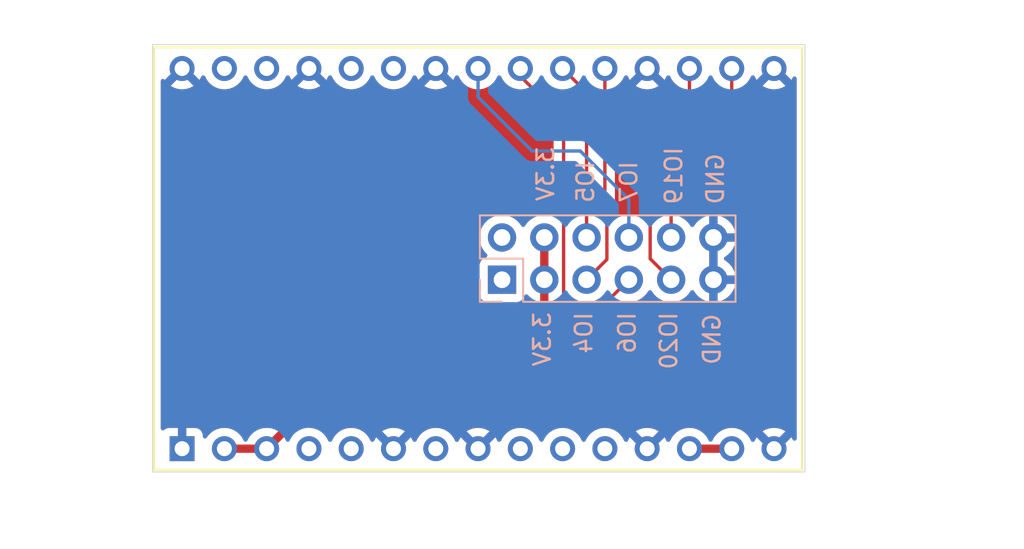
<source format=kicad_pcb>
(kicad_pcb (version 20241229) (generator "pcbnew") (generator_version "9.0")
  (layers (0 "F.Cu" signal) (2 "B.Cu" signal) (13 "F.Paste" user) (15 "B.Paste" user) (5 "F.SilkS" user "F.Silkscreen") (7 "B.SilkS" user "B.Silkscreen") (1 "F.Mask" user) (3 "B.Mask" user) (25 "Edge.Cuts" user))
  (net 0 "")
  (net 1 "+3V3")
  (net 2 "GND")
  (net 3 "GPIO21")
  (net 4 "GPIO19")
  (net 5 "GPIO20")
  (net 6 "GPIO18")
  (net 7 "GPIO17")
  (net 8 "GPIO16")
  (net 12 "Net-(U1-5V-Pad13)")
  (footprint "RF_Module:ESP32-C3-DevKitM-1" (layer "F.Cu") (at 188.18 98.1 90)
    (property "Reference" "U1" (hide yes))
    (property "Value" "ESP32-C3-DevKitM-1")
    (fp_line (start 24.13 -1.68) (end 24.13 37.24) (stroke (width 0.12)) (layer "F.SilkS"))
    (fp_line (start -1.27 -1.68) (end 24.13 -1.68) (stroke (width 0.12)) (layer "F.SilkS"))
    (fp_line (start 24.13 37.24) (end -1.27 37.24) (stroke (width 0.12)) (layer "F.SilkS"))
    (fp_line (start -1.27 37.24) (end -1.27 -1.68) (stroke (width 0.12)) (layer "F.SilkS"))
    (pad "1" thru_hole rect (at 0 0 90) (size 1.5 1.5) (drill 0.9) (layers "*.Cu" "*.Mask") (net 2 "GND"))
    (pad "2" thru_hole circle (at 0 2.54 90) (size 1.5 1.5) (drill 0.9) (layers "*.Cu" "*.Mask") (net 1 "+3V3"))
    (pad "3" thru_hole circle (at 0 5.08 90) (size 1.5 1.5) (drill 0.9) (layers "*.Cu" "*.Mask") (net 1 "+3V3"))
    (pad "4" thru_hole circle (at 0 7.62 90) (size 1.5 1.5) (drill 0.9) (layers "*.Cu" "*.Mask"))
    (pad "5" thru_hole circle (at 0 10.16 90) (size 1.5 1.5) (drill 0.9) (layers "*.Cu" "*.Mask"))
    (pad "6" thru_hole circle (at 0 12.7 90) (size 1.5 1.5) (drill 0.9) (layers "*.Cu" "*.Mask") (net 2 "GND"))
    (pad "7" thru_hole circle (at 0 15.24 90) (size 1.5 1.5) (drill 0.9) (layers "*.Cu" "*.Mask"))
    (pad "8" thru_hole circle (at 0 17.78 90) (size 1.5 1.5) (drill 0.9) (layers "*.Cu" "*.Mask") (net 2 "GND"))
    (pad "9" thru_hole circle (at 0 20.32 90) (size 1.5 1.5) (drill 0.9) (layers "*.Cu" "*.Mask"))
    (pad "10" thru_hole circle (at 0 22.86 90) (size 1.5 1.5) (drill 0.9) (layers "*.Cu" "*.Mask"))
    (pad "11" thru_hole circle (at 0 25.4 90) (size 1.5 1.5) (drill 0.9) (layers "*.Cu" "*.Mask"))
    (pad "12" thru_hole circle (at 0 27.94 90) (size 1.5 1.5) (drill 0.9) (layers "*.Cu" "*.Mask") (net 2 "GND"))
    (pad "13" thru_hole circle (at 0 30.48 90) (size 1.5 1.5) (drill 0.9) (layers "*.Cu" "*.Mask") (net 12 "Net-(U1-5V-Pad13)"))
    (pad "14" thru_hole circle (at 0 33.02 90) (size 1.5 1.5) (drill 0.9) (layers "*.Cu" "*.Mask") (net 12 "Net-(U1-5V-Pad13)"))
    (pad "15" thru_hole circle (at 0 35.56 90) (size 1.5 1.5) (drill 0.9) (layers "*.Cu" "*.Mask") (net 2 "GND"))
    (pad "16" thru_hole circle (at 22.86 35.56 90) (size 1.5 1.5) (drill 0.9) (layers "*.Cu" "*.Mask") (net 2 "GND"))
    (pad "17" thru_hole circle (at 22.86 33.02 90) (size 1.5 1.5) (drill 0.9) (layers "*.Cu" "*.Mask") (net 3 "GPIO21"))
    (pad "18" thru_hole circle (at 22.86 30.48 90) (size 1.5 1.5) (drill 0.9) (layers "*.Cu" "*.Mask") (net 5 "GPIO20"))
    (pad "19" thru_hole circle (at 22.86 27.94 90) (size 1.5 1.5) (drill 0.9) (layers "*.Cu" "*.Mask") (net 2 "GND"))
    (pad "20" thru_hole circle (at 22.86 25.4 90) (size 1.5 1.5) (drill 0.9) (layers "*.Cu" "*.Mask") (net 8 "GPIO16"))
    (pad "21" thru_hole circle (at 22.86 22.86 90) (size 1.5 1.5) (drill 0.9) (layers "*.Cu" "*.Mask") (net 7 "GPIO17"))
    (pad "22" thru_hole circle (at 22.86 20.32 90) (size 1.5 1.5) (drill 0.9) (layers "*.Cu" "*.Mask") (net 6 "GPIO18"))
    (pad "23" thru_hole circle (at 22.86 17.78 90) (size 1.5 1.5) (drill 0.9) (layers "*.Cu" "*.Mask") (net 4 "GPIO19"))
    (pad "24" thru_hole circle (at 22.86 15.24 90) (size 1.5 1.5) (drill 0.9) (layers "*.Cu" "*.Mask") (net 2 "GND"))
    (pad "25" thru_hole circle (at 22.86 12.7 90) (size 1.5 1.5) (drill 0.9) (layers "*.Cu" "*.Mask"))
    (pad "26" thru_hole circle (at 22.86 10.16 90) (size 1.5 1.5) (drill 0.9) (layers "*.Cu" "*.Mask"))
    (pad "27" thru_hole circle (at 22.86 7.62 90) (size 1.5 1.5) (drill 0.9) (layers "*.Cu" "*.Mask") (net 2 "GND"))
    (pad "28" thru_hole circle (at 22.86 5.08 90) (size 1.5 1.5) (drill 0.9) (layers "*.Cu" "*.Mask"))
    (pad "29" thru_hole circle (at 22.86 2.54 90) (size 1.5 1.5) (drill 0.9) (layers "*.Cu" "*.Mask"))
    (pad "30" thru_hole circle (at 22.86 0 90) (size 1.5 1.5) (drill 0.9) (layers "*.Cu" "*.Mask") (net 2 "GND"))
  )
  (footprint "Connector_PinSocket_2.54mm:PinSocket_2x06_P2.54mm_Vertical" (layer "B.Cu") (at 207.4 87.94 -90)
    (property "Reference" "J1" (hide yes))
    (property "Value" "Conn_02x06_Odd_Even")
    (fp_line (start -3.87 1.33) (end -1.27 1.33) (stroke (width 0.12)) (layer "B.SilkS"))
    (fp_line (start -3.87 1.33) (end -3.87 -14.03) (stroke (width 0.12)) (layer "B.SilkS"))
    (fp_line (start -1.27 1.33) (end -1.27 -1.27) (stroke (width 0.12)) (layer "B.SilkS"))
    (fp_line (start 0 1.33) (end 1.33 1.33) (stroke (width 0.12)) (layer "B.SilkS"))
    (fp_line (start 1.33 1.33) (end 1.33 0) (stroke (width 0.12)) (layer "B.SilkS"))
    (fp_line (start -1.27 -1.27) (end 1.33 -1.27) (stroke (width 0.12)) (layer "B.SilkS"))
    (fp_line (start 1.33 -1.27) (end 1.33 -14.03) (stroke (width 0.12)) (layer "B.SilkS"))
    (fp_line (start -3.87 -14.03) (end 1.33 -14.03) (stroke (width 0.12)) (layer "B.SilkS"))
    (pad "1" thru_hole rect (at 0 0 270) (size 1.7 1.7) (drill 1) (layers "*.Cu" "*.Mask"))
    (pad "2" thru_hole oval (at -2.54 0 270) (size 1.7 1.7) (drill 1) (layers "*.Cu" "*.Mask"))
    (pad "3" thru_hole oval (at 0 -2.54 270) (size 1.7 1.7) (drill 1) (layers "*.Cu" "*.Mask") (net 1 "+3V3"))
    (pad "4" thru_hole oval (at -2.54 -2.54 270) (size 1.7 1.7) (drill 1) (layers "*.Cu" "*.Mask") (net 1 "+3V3"))
    (pad "5" thru_hole oval (at 0 -5.08 270) (size 1.7 1.7) (drill 1) (layers "*.Cu" "*.Mask") (net 8 "GPIO16"))
    (pad "6" thru_hole oval (at -2.54 -5.08 270) (size 1.7 1.7) (drill 1) (layers "*.Cu" "*.Mask") (net 7 "GPIO17"))
    (pad "7" thru_hole oval (at 0 -7.62 270) (size 1.7 1.7) (drill 1) (layers "*.Cu" "*.Mask") (net 6 "GPIO18"))
    (pad "8" thru_hole oval (at -2.54 -7.62 270) (size 1.7 1.7) (drill 1) (layers "*.Cu" "*.Mask") (net 4 "GPIO19"))
    (pad "9" thru_hole oval (at 0 -10.16 270) (size 1.7 1.7) (drill 1) (layers "*.Cu" "*.Mask") (net 5 "GPIO20"))
    (pad "10" thru_hole oval (at -2.54 -10.16 270) (size 1.7 1.7) (drill 1) (layers "*.Cu" "*.Mask") (net 3 "GPIO21"))
    (pad "11" thru_hole oval (at 0 -12.7 270) (size 1.7 1.7) (drill 1) (layers "*.Cu" "*.Mask") (net 2 "GND"))
    (pad "12" thru_hole oval (at -2.54 -12.7 270) (size 1.7 1.7) (drill 1) (layers "*.Cu" "*.Mask") (net 2 "GND"))
  )
  (gr_rect (start 186.4 73.8) (end 225.6 99.5) (stroke (width 0.05)) (fill no) (layer "Edge.Cuts"))
  (gr_text "GND" (at 220.6 89.9 90) (layer "B.SilkS") (effects (font (size 1 1)) (justify left bottom mirror)))
  (gr_text "3.3V" (at 210.4 89.8 90) (layer "B.SilkS") (effects (font (size 1 1)) (justify left bottom mirror)))
  (gr_text "IO6" (at 215.5 89.8 90) (layer "B.SilkS") (effects (font (size 1 1)) (justify left bottom mirror)))
  (gr_text "IO4" (at 212.9 89.8 90) (layer "B.SilkS") (effects (font (size 1 1)) (justify left bottom mirror)))
  (gr_text "IO19" (at 218.3 83.5 90) (layer "B.SilkS") (effects (font (size 1 1)) (justify right bottom mirror)))
  (gr_text "IO7" (at 215.6 83.4 90) (layer "B.SilkS") (effects (font (size 1 1)) (justify right bottom mirror)))
  (gr_text "3.3V" (at 210.6 83.3 90) (layer "B.SilkS") (effects (font (size 1 1)) (justify right bottom mirror)))
  (gr_text "GND" (at 220.8 83.5 90) (layer "B.SilkS") (effects (font (size 1 1)) (justify right bottom mirror)))
  (gr_text "IO5" (at 213 83.4 90) (layer "B.SilkS") (effects (font (size 1 1)) (justify right bottom mirror)))
  (gr_text "IO20" (at 218 89.8 90) (layer "B.SilkS") (effects (font (size 1 1)) (justify left bottom mirror)))
  (segment (start 209.94 85.4) (end 209.94 87.94) (width 0.5) (layer "F.Cu") (net 1))
  (segment (start 193.26 98.1) (end 190.72 98.1) (width 0.5) (layer "F.Cu") (net 1))
  (segment (start 209.94 92.04) (end 207.38 94.6) (width 0.5) (layer "F.Cu") (net 1))
  (segment (start 196.76 94.6) (end 193.26 98.1) (width 0.5) (layer "F.Cu") (net 1))
  (segment (start 207.38 94.6) (end 196.76 94.6) (width 0.5) (layer "F.Cu") (net 1))
  (segment (start 209.94 87.94) (end 209.94 92.04) (width 0.5) (layer "F.Cu") (net 1))
  (segment (start 217.56 81.54) (end 221.2 77.9) (width 0.2) (layer "F.Cu") (net 3))
  (segment (start 221.2 77.9) (end 221.2 75.24) (width 0.2) (layer "F.Cu") (net 3))
  (segment (start 217.56 85.4) (end 217.56 81.54) (width 0.2) (layer "F.Cu") (net 3))
  (segment (start 215.02 83.12) (end 215.02 85.4) (width 0.2) (layer "B.Cu") (net 4))
  (segment (start 209.2 80.2) (end 212.1 80.2) (width 0.2) (layer "B.Cu") (net 4))
  (segment (start 212.1 80.2) (end 215.02 83.12) (width 0.2) (layer "B.Cu") (net 4))
  (segment (start 205.96 76.96) (end 209.2 80.2) (width 0.2) (layer "B.Cu") (net 4))
  (segment (start 205.96 75.24) (end 205.96 76.96) (width 0.2) (layer "B.Cu") (net 4))
  (segment (start 218.66 78.54) (end 218.66 75.24) (width 0.2) (layer "F.Cu") (net 5))
  (segment (start 216.3 86.68) (end 216.3 80.9) (width 0.2) (layer "F.Cu") (net 5))
  (segment (start 217.56 87.94) (end 216.3 86.68) (width 0.2) (layer "F.Cu") (net 5))
  (segment (start 216.3 80.9) (end 218.66 78.54) (width 0.2) (layer "F.Cu") (net 5))
  (segment (start 215.02 87.94) (end 213.56 89.4) (width 0.2) (layer "F.Cu") (net 6))
  (segment (start 213.56 89.4) (end 211.6 89.4) (width 0.2) (layer "F.Cu") (net 6))
  (segment (start 211.6 89.4) (end 211.1 88.9) (width 0.2) (layer "F.Cu") (net 6))
  (segment (start 208.5 75.7) (end 208.5 75.24) (width 0.2) (layer "F.Cu") (net 6))
  (segment (start 211.1 78.3) (end 208.5 75.7) (width 0.2) (layer "F.Cu") (net 6))
  (segment (start 211.1 88.9) (end 211.1 78.3) (width 0.2) (layer "F.Cu") (net 6))
  (segment (start 212.48 76.68) (end 211.04 75.24) (width 0.2) (layer "F.Cu") (net 7))
  (segment (start 212.48 85.4) (end 212.48 76.68) (width 0.2) (layer "F.Cu") (net 7))
  (segment (start 213.7 86.72) (end 213.7 84.1) (width 0.2) (layer "F.Cu") (net 8))
  (segment (start 213.58 83.98) (end 213.58 75.24) (width 0.2) (layer "F.Cu") (net 8))
  (segment (start 213.7 84.1) (end 213.58 83.98) (width 0.2) (layer "F.Cu") (net 8))
  (segment (start 212.48 87.94) (end 213.7 86.72) (width 0.2) (layer "F.Cu") (net 8))
  (segment (start 221.2 98.1) (end 218.66 98.1) (width 0.5) (layer "F.Cu") (net 12))
  (zone (net 2) (net_name "GND") (layers "F.Cu" "B.Cu") (connect_pads (clearance 0.5)) (min_thickness 0.25) (fill yes (thermal_gap 0.5) (thermal_bridge_width 0.5))
    (polygon (pts (xy 177.24 71.12) (xy 177.24 104.14) (xy 238.76 104.14) (xy 238.76 71.12)))
  )
)
</source>
